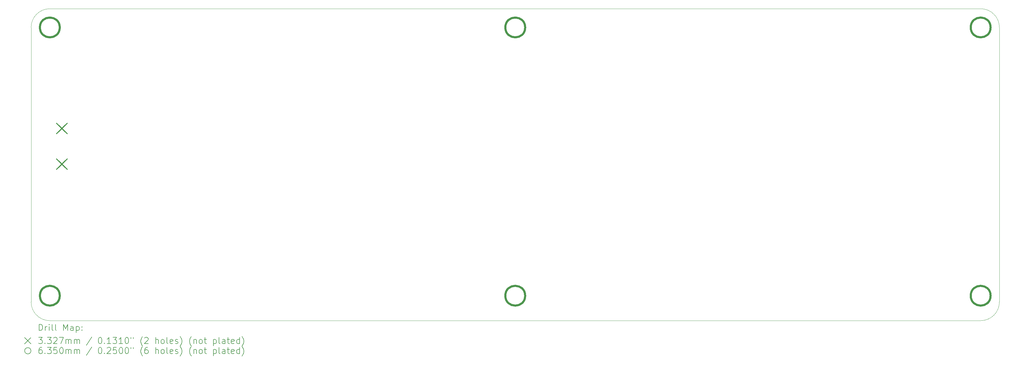
<source format=gbr>
%TF.GenerationSoftware,KiCad,Pcbnew,7.0.7*%
%TF.CreationDate,2024-06-25T14:55:52-04:00*%
%TF.ProjectId,AOML_AB_3.0_reorganized-v3,414f4d4c-5f41-4425-9f33-2e305f72656f,3*%
%TF.SameCoordinates,Original*%
%TF.FileFunction,Drillmap*%
%TF.FilePolarity,Positive*%
%FSLAX45Y45*%
G04 Gerber Fmt 4.5, Leading zero omitted, Abs format (unit mm)*
G04 Created by KiCad (PCBNEW 7.0.7) date 2024-06-25 14:55:52*
%MOMM*%
%LPD*%
G01*
G04 APERTURE LIST*
%ADD10C,0.100000*%
%ADD11C,0.200000*%
%ADD12C,0.332740*%
%ADD13C,0.635000*%
G04 APERTURE END LIST*
D10*
X5800000Y-8600000D02*
X35600000Y-8600000D01*
X36200000Y-9200000D02*
G75*
G03*
X35600000Y-8600000I-600000J0D01*
G01*
X36200000Y-9200000D02*
X36200000Y-18000000D01*
X5200000Y-18000000D02*
X5200000Y-9200000D01*
X5800000Y-8600000D02*
G75*
G03*
X5200000Y-9200000I0J-600000D01*
G01*
X35600000Y-18600000D02*
X5800000Y-18600000D01*
X35600000Y-18600000D02*
G75*
G03*
X36200000Y-18000000I0J600000D01*
G01*
X5200000Y-18000000D02*
G75*
G03*
X5800000Y-18600000I600000J0D01*
G01*
D11*
D12*
X6020530Y-12272620D02*
X6353270Y-12605360D01*
X6353270Y-12272620D02*
X6020530Y-12605360D01*
X6020530Y-13415620D02*
X6353270Y-13748360D01*
X6353270Y-13415620D02*
X6020530Y-13748360D01*
D13*
X6117500Y-9200000D02*
G75*
G03*
X6117500Y-9200000I-317500J0D01*
G01*
X6117500Y-17800000D02*
G75*
G03*
X6117500Y-17800000I-317500J0D01*
G01*
X21017500Y-9200000D02*
G75*
G03*
X21017500Y-9200000I-317500J0D01*
G01*
X21017500Y-17800000D02*
G75*
G03*
X21017500Y-17800000I-317500J0D01*
G01*
X35917500Y-9200000D02*
G75*
G03*
X35917500Y-9200000I-317500J0D01*
G01*
X35917500Y-17800000D02*
G75*
G03*
X35917500Y-17800000I-317500J0D01*
G01*
D11*
X5455777Y-18916484D02*
X5455777Y-18716484D01*
X5455777Y-18716484D02*
X5503396Y-18716484D01*
X5503396Y-18716484D02*
X5531967Y-18726008D01*
X5531967Y-18726008D02*
X5551015Y-18745055D01*
X5551015Y-18745055D02*
X5560539Y-18764103D01*
X5560539Y-18764103D02*
X5570063Y-18802198D01*
X5570063Y-18802198D02*
X5570063Y-18830770D01*
X5570063Y-18830770D02*
X5560539Y-18868865D01*
X5560539Y-18868865D02*
X5551015Y-18887912D01*
X5551015Y-18887912D02*
X5531967Y-18906960D01*
X5531967Y-18906960D02*
X5503396Y-18916484D01*
X5503396Y-18916484D02*
X5455777Y-18916484D01*
X5655777Y-18916484D02*
X5655777Y-18783150D01*
X5655777Y-18821246D02*
X5665301Y-18802198D01*
X5665301Y-18802198D02*
X5674824Y-18792674D01*
X5674824Y-18792674D02*
X5693872Y-18783150D01*
X5693872Y-18783150D02*
X5712920Y-18783150D01*
X5779586Y-18916484D02*
X5779586Y-18783150D01*
X5779586Y-18716484D02*
X5770062Y-18726008D01*
X5770062Y-18726008D02*
X5779586Y-18735531D01*
X5779586Y-18735531D02*
X5789110Y-18726008D01*
X5789110Y-18726008D02*
X5779586Y-18716484D01*
X5779586Y-18716484D02*
X5779586Y-18735531D01*
X5903396Y-18916484D02*
X5884348Y-18906960D01*
X5884348Y-18906960D02*
X5874824Y-18887912D01*
X5874824Y-18887912D02*
X5874824Y-18716484D01*
X6008158Y-18916484D02*
X5989110Y-18906960D01*
X5989110Y-18906960D02*
X5979586Y-18887912D01*
X5979586Y-18887912D02*
X5979586Y-18716484D01*
X6236729Y-18916484D02*
X6236729Y-18716484D01*
X6236729Y-18716484D02*
X6303396Y-18859341D01*
X6303396Y-18859341D02*
X6370062Y-18716484D01*
X6370062Y-18716484D02*
X6370062Y-18916484D01*
X6551015Y-18916484D02*
X6551015Y-18811722D01*
X6551015Y-18811722D02*
X6541491Y-18792674D01*
X6541491Y-18792674D02*
X6522443Y-18783150D01*
X6522443Y-18783150D02*
X6484348Y-18783150D01*
X6484348Y-18783150D02*
X6465301Y-18792674D01*
X6551015Y-18906960D02*
X6531967Y-18916484D01*
X6531967Y-18916484D02*
X6484348Y-18916484D01*
X6484348Y-18916484D02*
X6465301Y-18906960D01*
X6465301Y-18906960D02*
X6455777Y-18887912D01*
X6455777Y-18887912D02*
X6455777Y-18868865D01*
X6455777Y-18868865D02*
X6465301Y-18849817D01*
X6465301Y-18849817D02*
X6484348Y-18840293D01*
X6484348Y-18840293D02*
X6531967Y-18840293D01*
X6531967Y-18840293D02*
X6551015Y-18830770D01*
X6646253Y-18783150D02*
X6646253Y-18983150D01*
X6646253Y-18792674D02*
X6665301Y-18783150D01*
X6665301Y-18783150D02*
X6703396Y-18783150D01*
X6703396Y-18783150D02*
X6722443Y-18792674D01*
X6722443Y-18792674D02*
X6731967Y-18802198D01*
X6731967Y-18802198D02*
X6741491Y-18821246D01*
X6741491Y-18821246D02*
X6741491Y-18878389D01*
X6741491Y-18878389D02*
X6731967Y-18897436D01*
X6731967Y-18897436D02*
X6722443Y-18906960D01*
X6722443Y-18906960D02*
X6703396Y-18916484D01*
X6703396Y-18916484D02*
X6665301Y-18916484D01*
X6665301Y-18916484D02*
X6646253Y-18906960D01*
X6827205Y-18897436D02*
X6836729Y-18906960D01*
X6836729Y-18906960D02*
X6827205Y-18916484D01*
X6827205Y-18916484D02*
X6817682Y-18906960D01*
X6817682Y-18906960D02*
X6827205Y-18897436D01*
X6827205Y-18897436D02*
X6827205Y-18916484D01*
X6827205Y-18792674D02*
X6836729Y-18802198D01*
X6836729Y-18802198D02*
X6827205Y-18811722D01*
X6827205Y-18811722D02*
X6817682Y-18802198D01*
X6817682Y-18802198D02*
X6827205Y-18792674D01*
X6827205Y-18792674D02*
X6827205Y-18811722D01*
X4995000Y-19145000D02*
X5195000Y-19345000D01*
X5195000Y-19145000D02*
X4995000Y-19345000D01*
X5436729Y-19136484D02*
X5560539Y-19136484D01*
X5560539Y-19136484D02*
X5493872Y-19212674D01*
X5493872Y-19212674D02*
X5522444Y-19212674D01*
X5522444Y-19212674D02*
X5541491Y-19222198D01*
X5541491Y-19222198D02*
X5551015Y-19231722D01*
X5551015Y-19231722D02*
X5560539Y-19250770D01*
X5560539Y-19250770D02*
X5560539Y-19298389D01*
X5560539Y-19298389D02*
X5551015Y-19317436D01*
X5551015Y-19317436D02*
X5541491Y-19326960D01*
X5541491Y-19326960D02*
X5522444Y-19336484D01*
X5522444Y-19336484D02*
X5465301Y-19336484D01*
X5465301Y-19336484D02*
X5446253Y-19326960D01*
X5446253Y-19326960D02*
X5436729Y-19317436D01*
X5646253Y-19317436D02*
X5655777Y-19326960D01*
X5655777Y-19326960D02*
X5646253Y-19336484D01*
X5646253Y-19336484D02*
X5636729Y-19326960D01*
X5636729Y-19326960D02*
X5646253Y-19317436D01*
X5646253Y-19317436D02*
X5646253Y-19336484D01*
X5722443Y-19136484D02*
X5846253Y-19136484D01*
X5846253Y-19136484D02*
X5779586Y-19212674D01*
X5779586Y-19212674D02*
X5808158Y-19212674D01*
X5808158Y-19212674D02*
X5827205Y-19222198D01*
X5827205Y-19222198D02*
X5836729Y-19231722D01*
X5836729Y-19231722D02*
X5846253Y-19250770D01*
X5846253Y-19250770D02*
X5846253Y-19298389D01*
X5846253Y-19298389D02*
X5836729Y-19317436D01*
X5836729Y-19317436D02*
X5827205Y-19326960D01*
X5827205Y-19326960D02*
X5808158Y-19336484D01*
X5808158Y-19336484D02*
X5751015Y-19336484D01*
X5751015Y-19336484D02*
X5731967Y-19326960D01*
X5731967Y-19326960D02*
X5722443Y-19317436D01*
X5922443Y-19155531D02*
X5931967Y-19146008D01*
X5931967Y-19146008D02*
X5951015Y-19136484D01*
X5951015Y-19136484D02*
X5998634Y-19136484D01*
X5998634Y-19136484D02*
X6017682Y-19146008D01*
X6017682Y-19146008D02*
X6027205Y-19155531D01*
X6027205Y-19155531D02*
X6036729Y-19174579D01*
X6036729Y-19174579D02*
X6036729Y-19193627D01*
X6036729Y-19193627D02*
X6027205Y-19222198D01*
X6027205Y-19222198D02*
X5912920Y-19336484D01*
X5912920Y-19336484D02*
X6036729Y-19336484D01*
X6103396Y-19136484D02*
X6236729Y-19136484D01*
X6236729Y-19136484D02*
X6151015Y-19336484D01*
X6312920Y-19336484D02*
X6312920Y-19203150D01*
X6312920Y-19222198D02*
X6322443Y-19212674D01*
X6322443Y-19212674D02*
X6341491Y-19203150D01*
X6341491Y-19203150D02*
X6370063Y-19203150D01*
X6370063Y-19203150D02*
X6389110Y-19212674D01*
X6389110Y-19212674D02*
X6398634Y-19231722D01*
X6398634Y-19231722D02*
X6398634Y-19336484D01*
X6398634Y-19231722D02*
X6408158Y-19212674D01*
X6408158Y-19212674D02*
X6427205Y-19203150D01*
X6427205Y-19203150D02*
X6455777Y-19203150D01*
X6455777Y-19203150D02*
X6474824Y-19212674D01*
X6474824Y-19212674D02*
X6484348Y-19231722D01*
X6484348Y-19231722D02*
X6484348Y-19336484D01*
X6579586Y-19336484D02*
X6579586Y-19203150D01*
X6579586Y-19222198D02*
X6589110Y-19212674D01*
X6589110Y-19212674D02*
X6608158Y-19203150D01*
X6608158Y-19203150D02*
X6636729Y-19203150D01*
X6636729Y-19203150D02*
X6655777Y-19212674D01*
X6655777Y-19212674D02*
X6665301Y-19231722D01*
X6665301Y-19231722D02*
X6665301Y-19336484D01*
X6665301Y-19231722D02*
X6674824Y-19212674D01*
X6674824Y-19212674D02*
X6693872Y-19203150D01*
X6693872Y-19203150D02*
X6722443Y-19203150D01*
X6722443Y-19203150D02*
X6741491Y-19212674D01*
X6741491Y-19212674D02*
X6751015Y-19231722D01*
X6751015Y-19231722D02*
X6751015Y-19336484D01*
X7141491Y-19126960D02*
X6970063Y-19384103D01*
X7398634Y-19136484D02*
X7417682Y-19136484D01*
X7417682Y-19136484D02*
X7436729Y-19146008D01*
X7436729Y-19146008D02*
X7446253Y-19155531D01*
X7446253Y-19155531D02*
X7455777Y-19174579D01*
X7455777Y-19174579D02*
X7465301Y-19212674D01*
X7465301Y-19212674D02*
X7465301Y-19260293D01*
X7465301Y-19260293D02*
X7455777Y-19298389D01*
X7455777Y-19298389D02*
X7446253Y-19317436D01*
X7446253Y-19317436D02*
X7436729Y-19326960D01*
X7436729Y-19326960D02*
X7417682Y-19336484D01*
X7417682Y-19336484D02*
X7398634Y-19336484D01*
X7398634Y-19336484D02*
X7379586Y-19326960D01*
X7379586Y-19326960D02*
X7370063Y-19317436D01*
X7370063Y-19317436D02*
X7360539Y-19298389D01*
X7360539Y-19298389D02*
X7351015Y-19260293D01*
X7351015Y-19260293D02*
X7351015Y-19212674D01*
X7351015Y-19212674D02*
X7360539Y-19174579D01*
X7360539Y-19174579D02*
X7370063Y-19155531D01*
X7370063Y-19155531D02*
X7379586Y-19146008D01*
X7379586Y-19146008D02*
X7398634Y-19136484D01*
X7551015Y-19317436D02*
X7560539Y-19326960D01*
X7560539Y-19326960D02*
X7551015Y-19336484D01*
X7551015Y-19336484D02*
X7541491Y-19326960D01*
X7541491Y-19326960D02*
X7551015Y-19317436D01*
X7551015Y-19317436D02*
X7551015Y-19336484D01*
X7751015Y-19336484D02*
X7636729Y-19336484D01*
X7693872Y-19336484D02*
X7693872Y-19136484D01*
X7693872Y-19136484D02*
X7674825Y-19165055D01*
X7674825Y-19165055D02*
X7655777Y-19184103D01*
X7655777Y-19184103D02*
X7636729Y-19193627D01*
X7817682Y-19136484D02*
X7941491Y-19136484D01*
X7941491Y-19136484D02*
X7874825Y-19212674D01*
X7874825Y-19212674D02*
X7903396Y-19212674D01*
X7903396Y-19212674D02*
X7922444Y-19222198D01*
X7922444Y-19222198D02*
X7931967Y-19231722D01*
X7931967Y-19231722D02*
X7941491Y-19250770D01*
X7941491Y-19250770D02*
X7941491Y-19298389D01*
X7941491Y-19298389D02*
X7931967Y-19317436D01*
X7931967Y-19317436D02*
X7922444Y-19326960D01*
X7922444Y-19326960D02*
X7903396Y-19336484D01*
X7903396Y-19336484D02*
X7846253Y-19336484D01*
X7846253Y-19336484D02*
X7827206Y-19326960D01*
X7827206Y-19326960D02*
X7817682Y-19317436D01*
X8131967Y-19336484D02*
X8017682Y-19336484D01*
X8074825Y-19336484D02*
X8074825Y-19136484D01*
X8074825Y-19136484D02*
X8055777Y-19165055D01*
X8055777Y-19165055D02*
X8036729Y-19184103D01*
X8036729Y-19184103D02*
X8017682Y-19193627D01*
X8255777Y-19136484D02*
X8274825Y-19136484D01*
X8274825Y-19136484D02*
X8293872Y-19146008D01*
X8293872Y-19146008D02*
X8303396Y-19155531D01*
X8303396Y-19155531D02*
X8312920Y-19174579D01*
X8312920Y-19174579D02*
X8322444Y-19212674D01*
X8322444Y-19212674D02*
X8322444Y-19260293D01*
X8322444Y-19260293D02*
X8312920Y-19298389D01*
X8312920Y-19298389D02*
X8303396Y-19317436D01*
X8303396Y-19317436D02*
X8293872Y-19326960D01*
X8293872Y-19326960D02*
X8274825Y-19336484D01*
X8274825Y-19336484D02*
X8255777Y-19336484D01*
X8255777Y-19336484D02*
X8236729Y-19326960D01*
X8236729Y-19326960D02*
X8227206Y-19317436D01*
X8227206Y-19317436D02*
X8217682Y-19298389D01*
X8217682Y-19298389D02*
X8208158Y-19260293D01*
X8208158Y-19260293D02*
X8208158Y-19212674D01*
X8208158Y-19212674D02*
X8217682Y-19174579D01*
X8217682Y-19174579D02*
X8227206Y-19155531D01*
X8227206Y-19155531D02*
X8236729Y-19146008D01*
X8236729Y-19146008D02*
X8255777Y-19136484D01*
X8398634Y-19136484D02*
X8398634Y-19174579D01*
X8474825Y-19136484D02*
X8474825Y-19174579D01*
X8770063Y-19412674D02*
X8760539Y-19403150D01*
X8760539Y-19403150D02*
X8741491Y-19374579D01*
X8741491Y-19374579D02*
X8731968Y-19355531D01*
X8731968Y-19355531D02*
X8722444Y-19326960D01*
X8722444Y-19326960D02*
X8712920Y-19279341D01*
X8712920Y-19279341D02*
X8712920Y-19241246D01*
X8712920Y-19241246D02*
X8722444Y-19193627D01*
X8722444Y-19193627D02*
X8731968Y-19165055D01*
X8731968Y-19165055D02*
X8741491Y-19146008D01*
X8741491Y-19146008D02*
X8760539Y-19117436D01*
X8760539Y-19117436D02*
X8770063Y-19107912D01*
X8836730Y-19155531D02*
X8846253Y-19146008D01*
X8846253Y-19146008D02*
X8865301Y-19136484D01*
X8865301Y-19136484D02*
X8912920Y-19136484D01*
X8912920Y-19136484D02*
X8931968Y-19146008D01*
X8931968Y-19146008D02*
X8941491Y-19155531D01*
X8941491Y-19155531D02*
X8951015Y-19174579D01*
X8951015Y-19174579D02*
X8951015Y-19193627D01*
X8951015Y-19193627D02*
X8941491Y-19222198D01*
X8941491Y-19222198D02*
X8827206Y-19336484D01*
X8827206Y-19336484D02*
X8951015Y-19336484D01*
X9189111Y-19336484D02*
X9189111Y-19136484D01*
X9274825Y-19336484D02*
X9274825Y-19231722D01*
X9274825Y-19231722D02*
X9265301Y-19212674D01*
X9265301Y-19212674D02*
X9246253Y-19203150D01*
X9246253Y-19203150D02*
X9217682Y-19203150D01*
X9217682Y-19203150D02*
X9198634Y-19212674D01*
X9198634Y-19212674D02*
X9189111Y-19222198D01*
X9398634Y-19336484D02*
X9379587Y-19326960D01*
X9379587Y-19326960D02*
X9370063Y-19317436D01*
X9370063Y-19317436D02*
X9360539Y-19298389D01*
X9360539Y-19298389D02*
X9360539Y-19241246D01*
X9360539Y-19241246D02*
X9370063Y-19222198D01*
X9370063Y-19222198D02*
X9379587Y-19212674D01*
X9379587Y-19212674D02*
X9398634Y-19203150D01*
X9398634Y-19203150D02*
X9427206Y-19203150D01*
X9427206Y-19203150D02*
X9446253Y-19212674D01*
X9446253Y-19212674D02*
X9455777Y-19222198D01*
X9455777Y-19222198D02*
X9465301Y-19241246D01*
X9465301Y-19241246D02*
X9465301Y-19298389D01*
X9465301Y-19298389D02*
X9455777Y-19317436D01*
X9455777Y-19317436D02*
X9446253Y-19326960D01*
X9446253Y-19326960D02*
X9427206Y-19336484D01*
X9427206Y-19336484D02*
X9398634Y-19336484D01*
X9579587Y-19336484D02*
X9560539Y-19326960D01*
X9560539Y-19326960D02*
X9551015Y-19307912D01*
X9551015Y-19307912D02*
X9551015Y-19136484D01*
X9731968Y-19326960D02*
X9712920Y-19336484D01*
X9712920Y-19336484D02*
X9674825Y-19336484D01*
X9674825Y-19336484D02*
X9655777Y-19326960D01*
X9655777Y-19326960D02*
X9646253Y-19307912D01*
X9646253Y-19307912D02*
X9646253Y-19231722D01*
X9646253Y-19231722D02*
X9655777Y-19212674D01*
X9655777Y-19212674D02*
X9674825Y-19203150D01*
X9674825Y-19203150D02*
X9712920Y-19203150D01*
X9712920Y-19203150D02*
X9731968Y-19212674D01*
X9731968Y-19212674D02*
X9741492Y-19231722D01*
X9741492Y-19231722D02*
X9741492Y-19250770D01*
X9741492Y-19250770D02*
X9646253Y-19269817D01*
X9817682Y-19326960D02*
X9836730Y-19336484D01*
X9836730Y-19336484D02*
X9874825Y-19336484D01*
X9874825Y-19336484D02*
X9893873Y-19326960D01*
X9893873Y-19326960D02*
X9903396Y-19307912D01*
X9903396Y-19307912D02*
X9903396Y-19298389D01*
X9903396Y-19298389D02*
X9893873Y-19279341D01*
X9893873Y-19279341D02*
X9874825Y-19269817D01*
X9874825Y-19269817D02*
X9846253Y-19269817D01*
X9846253Y-19269817D02*
X9827206Y-19260293D01*
X9827206Y-19260293D02*
X9817682Y-19241246D01*
X9817682Y-19241246D02*
X9817682Y-19231722D01*
X9817682Y-19231722D02*
X9827206Y-19212674D01*
X9827206Y-19212674D02*
X9846253Y-19203150D01*
X9846253Y-19203150D02*
X9874825Y-19203150D01*
X9874825Y-19203150D02*
X9893873Y-19212674D01*
X9970063Y-19412674D02*
X9979587Y-19403150D01*
X9979587Y-19403150D02*
X9998634Y-19374579D01*
X9998634Y-19374579D02*
X10008158Y-19355531D01*
X10008158Y-19355531D02*
X10017682Y-19326960D01*
X10017682Y-19326960D02*
X10027206Y-19279341D01*
X10027206Y-19279341D02*
X10027206Y-19241246D01*
X10027206Y-19241246D02*
X10017682Y-19193627D01*
X10017682Y-19193627D02*
X10008158Y-19165055D01*
X10008158Y-19165055D02*
X9998634Y-19146008D01*
X9998634Y-19146008D02*
X9979587Y-19117436D01*
X9979587Y-19117436D02*
X9970063Y-19107912D01*
X10331968Y-19412674D02*
X10322444Y-19403150D01*
X10322444Y-19403150D02*
X10303396Y-19374579D01*
X10303396Y-19374579D02*
X10293873Y-19355531D01*
X10293873Y-19355531D02*
X10284349Y-19326960D01*
X10284349Y-19326960D02*
X10274825Y-19279341D01*
X10274825Y-19279341D02*
X10274825Y-19241246D01*
X10274825Y-19241246D02*
X10284349Y-19193627D01*
X10284349Y-19193627D02*
X10293873Y-19165055D01*
X10293873Y-19165055D02*
X10303396Y-19146008D01*
X10303396Y-19146008D02*
X10322444Y-19117436D01*
X10322444Y-19117436D02*
X10331968Y-19107912D01*
X10408158Y-19203150D02*
X10408158Y-19336484D01*
X10408158Y-19222198D02*
X10417682Y-19212674D01*
X10417682Y-19212674D02*
X10436730Y-19203150D01*
X10436730Y-19203150D02*
X10465301Y-19203150D01*
X10465301Y-19203150D02*
X10484349Y-19212674D01*
X10484349Y-19212674D02*
X10493873Y-19231722D01*
X10493873Y-19231722D02*
X10493873Y-19336484D01*
X10617682Y-19336484D02*
X10598634Y-19326960D01*
X10598634Y-19326960D02*
X10589111Y-19317436D01*
X10589111Y-19317436D02*
X10579587Y-19298389D01*
X10579587Y-19298389D02*
X10579587Y-19241246D01*
X10579587Y-19241246D02*
X10589111Y-19222198D01*
X10589111Y-19222198D02*
X10598634Y-19212674D01*
X10598634Y-19212674D02*
X10617682Y-19203150D01*
X10617682Y-19203150D02*
X10646254Y-19203150D01*
X10646254Y-19203150D02*
X10665301Y-19212674D01*
X10665301Y-19212674D02*
X10674825Y-19222198D01*
X10674825Y-19222198D02*
X10684349Y-19241246D01*
X10684349Y-19241246D02*
X10684349Y-19298389D01*
X10684349Y-19298389D02*
X10674825Y-19317436D01*
X10674825Y-19317436D02*
X10665301Y-19326960D01*
X10665301Y-19326960D02*
X10646254Y-19336484D01*
X10646254Y-19336484D02*
X10617682Y-19336484D01*
X10741492Y-19203150D02*
X10817682Y-19203150D01*
X10770063Y-19136484D02*
X10770063Y-19307912D01*
X10770063Y-19307912D02*
X10779587Y-19326960D01*
X10779587Y-19326960D02*
X10798634Y-19336484D01*
X10798634Y-19336484D02*
X10817682Y-19336484D01*
X11036730Y-19203150D02*
X11036730Y-19403150D01*
X11036730Y-19212674D02*
X11055777Y-19203150D01*
X11055777Y-19203150D02*
X11093873Y-19203150D01*
X11093873Y-19203150D02*
X11112920Y-19212674D01*
X11112920Y-19212674D02*
X11122444Y-19222198D01*
X11122444Y-19222198D02*
X11131968Y-19241246D01*
X11131968Y-19241246D02*
X11131968Y-19298389D01*
X11131968Y-19298389D02*
X11122444Y-19317436D01*
X11122444Y-19317436D02*
X11112920Y-19326960D01*
X11112920Y-19326960D02*
X11093873Y-19336484D01*
X11093873Y-19336484D02*
X11055777Y-19336484D01*
X11055777Y-19336484D02*
X11036730Y-19326960D01*
X11246253Y-19336484D02*
X11227206Y-19326960D01*
X11227206Y-19326960D02*
X11217682Y-19307912D01*
X11217682Y-19307912D02*
X11217682Y-19136484D01*
X11408158Y-19336484D02*
X11408158Y-19231722D01*
X11408158Y-19231722D02*
X11398634Y-19212674D01*
X11398634Y-19212674D02*
X11379587Y-19203150D01*
X11379587Y-19203150D02*
X11341492Y-19203150D01*
X11341492Y-19203150D02*
X11322444Y-19212674D01*
X11408158Y-19326960D02*
X11389111Y-19336484D01*
X11389111Y-19336484D02*
X11341492Y-19336484D01*
X11341492Y-19336484D02*
X11322444Y-19326960D01*
X11322444Y-19326960D02*
X11312920Y-19307912D01*
X11312920Y-19307912D02*
X11312920Y-19288865D01*
X11312920Y-19288865D02*
X11322444Y-19269817D01*
X11322444Y-19269817D02*
X11341492Y-19260293D01*
X11341492Y-19260293D02*
X11389111Y-19260293D01*
X11389111Y-19260293D02*
X11408158Y-19250770D01*
X11474825Y-19203150D02*
X11551015Y-19203150D01*
X11503396Y-19136484D02*
X11503396Y-19307912D01*
X11503396Y-19307912D02*
X11512920Y-19326960D01*
X11512920Y-19326960D02*
X11531968Y-19336484D01*
X11531968Y-19336484D02*
X11551015Y-19336484D01*
X11693873Y-19326960D02*
X11674825Y-19336484D01*
X11674825Y-19336484D02*
X11636730Y-19336484D01*
X11636730Y-19336484D02*
X11617682Y-19326960D01*
X11617682Y-19326960D02*
X11608158Y-19307912D01*
X11608158Y-19307912D02*
X11608158Y-19231722D01*
X11608158Y-19231722D02*
X11617682Y-19212674D01*
X11617682Y-19212674D02*
X11636730Y-19203150D01*
X11636730Y-19203150D02*
X11674825Y-19203150D01*
X11674825Y-19203150D02*
X11693873Y-19212674D01*
X11693873Y-19212674D02*
X11703396Y-19231722D01*
X11703396Y-19231722D02*
X11703396Y-19250770D01*
X11703396Y-19250770D02*
X11608158Y-19269817D01*
X11874825Y-19336484D02*
X11874825Y-19136484D01*
X11874825Y-19326960D02*
X11855777Y-19336484D01*
X11855777Y-19336484D02*
X11817682Y-19336484D01*
X11817682Y-19336484D02*
X11798634Y-19326960D01*
X11798634Y-19326960D02*
X11789111Y-19317436D01*
X11789111Y-19317436D02*
X11779587Y-19298389D01*
X11779587Y-19298389D02*
X11779587Y-19241246D01*
X11779587Y-19241246D02*
X11789111Y-19222198D01*
X11789111Y-19222198D02*
X11798634Y-19212674D01*
X11798634Y-19212674D02*
X11817682Y-19203150D01*
X11817682Y-19203150D02*
X11855777Y-19203150D01*
X11855777Y-19203150D02*
X11874825Y-19212674D01*
X11951015Y-19412674D02*
X11960539Y-19403150D01*
X11960539Y-19403150D02*
X11979587Y-19374579D01*
X11979587Y-19374579D02*
X11989111Y-19355531D01*
X11989111Y-19355531D02*
X11998634Y-19326960D01*
X11998634Y-19326960D02*
X12008158Y-19279341D01*
X12008158Y-19279341D02*
X12008158Y-19241246D01*
X12008158Y-19241246D02*
X11998634Y-19193627D01*
X11998634Y-19193627D02*
X11989111Y-19165055D01*
X11989111Y-19165055D02*
X11979587Y-19146008D01*
X11979587Y-19146008D02*
X11960539Y-19117436D01*
X11960539Y-19117436D02*
X11951015Y-19107912D01*
X5195000Y-19565000D02*
G75*
G03*
X5195000Y-19565000I-100000J0D01*
G01*
X5541491Y-19456484D02*
X5503396Y-19456484D01*
X5503396Y-19456484D02*
X5484348Y-19466008D01*
X5484348Y-19466008D02*
X5474824Y-19475531D01*
X5474824Y-19475531D02*
X5455777Y-19504103D01*
X5455777Y-19504103D02*
X5446253Y-19542198D01*
X5446253Y-19542198D02*
X5446253Y-19618389D01*
X5446253Y-19618389D02*
X5455777Y-19637436D01*
X5455777Y-19637436D02*
X5465301Y-19646960D01*
X5465301Y-19646960D02*
X5484348Y-19656484D01*
X5484348Y-19656484D02*
X5522444Y-19656484D01*
X5522444Y-19656484D02*
X5541491Y-19646960D01*
X5541491Y-19646960D02*
X5551015Y-19637436D01*
X5551015Y-19637436D02*
X5560539Y-19618389D01*
X5560539Y-19618389D02*
X5560539Y-19570770D01*
X5560539Y-19570770D02*
X5551015Y-19551722D01*
X5551015Y-19551722D02*
X5541491Y-19542198D01*
X5541491Y-19542198D02*
X5522444Y-19532674D01*
X5522444Y-19532674D02*
X5484348Y-19532674D01*
X5484348Y-19532674D02*
X5465301Y-19542198D01*
X5465301Y-19542198D02*
X5455777Y-19551722D01*
X5455777Y-19551722D02*
X5446253Y-19570770D01*
X5646253Y-19637436D02*
X5655777Y-19646960D01*
X5655777Y-19646960D02*
X5646253Y-19656484D01*
X5646253Y-19656484D02*
X5636729Y-19646960D01*
X5636729Y-19646960D02*
X5646253Y-19637436D01*
X5646253Y-19637436D02*
X5646253Y-19656484D01*
X5722443Y-19456484D02*
X5846253Y-19456484D01*
X5846253Y-19456484D02*
X5779586Y-19532674D01*
X5779586Y-19532674D02*
X5808158Y-19532674D01*
X5808158Y-19532674D02*
X5827205Y-19542198D01*
X5827205Y-19542198D02*
X5836729Y-19551722D01*
X5836729Y-19551722D02*
X5846253Y-19570770D01*
X5846253Y-19570770D02*
X5846253Y-19618389D01*
X5846253Y-19618389D02*
X5836729Y-19637436D01*
X5836729Y-19637436D02*
X5827205Y-19646960D01*
X5827205Y-19646960D02*
X5808158Y-19656484D01*
X5808158Y-19656484D02*
X5751015Y-19656484D01*
X5751015Y-19656484D02*
X5731967Y-19646960D01*
X5731967Y-19646960D02*
X5722443Y-19637436D01*
X6027205Y-19456484D02*
X5931967Y-19456484D01*
X5931967Y-19456484D02*
X5922443Y-19551722D01*
X5922443Y-19551722D02*
X5931967Y-19542198D01*
X5931967Y-19542198D02*
X5951015Y-19532674D01*
X5951015Y-19532674D02*
X5998634Y-19532674D01*
X5998634Y-19532674D02*
X6017682Y-19542198D01*
X6017682Y-19542198D02*
X6027205Y-19551722D01*
X6027205Y-19551722D02*
X6036729Y-19570770D01*
X6036729Y-19570770D02*
X6036729Y-19618389D01*
X6036729Y-19618389D02*
X6027205Y-19637436D01*
X6027205Y-19637436D02*
X6017682Y-19646960D01*
X6017682Y-19646960D02*
X5998634Y-19656484D01*
X5998634Y-19656484D02*
X5951015Y-19656484D01*
X5951015Y-19656484D02*
X5931967Y-19646960D01*
X5931967Y-19646960D02*
X5922443Y-19637436D01*
X6160539Y-19456484D02*
X6179586Y-19456484D01*
X6179586Y-19456484D02*
X6198634Y-19466008D01*
X6198634Y-19466008D02*
X6208158Y-19475531D01*
X6208158Y-19475531D02*
X6217682Y-19494579D01*
X6217682Y-19494579D02*
X6227205Y-19532674D01*
X6227205Y-19532674D02*
X6227205Y-19580293D01*
X6227205Y-19580293D02*
X6217682Y-19618389D01*
X6217682Y-19618389D02*
X6208158Y-19637436D01*
X6208158Y-19637436D02*
X6198634Y-19646960D01*
X6198634Y-19646960D02*
X6179586Y-19656484D01*
X6179586Y-19656484D02*
X6160539Y-19656484D01*
X6160539Y-19656484D02*
X6141491Y-19646960D01*
X6141491Y-19646960D02*
X6131967Y-19637436D01*
X6131967Y-19637436D02*
X6122443Y-19618389D01*
X6122443Y-19618389D02*
X6112920Y-19580293D01*
X6112920Y-19580293D02*
X6112920Y-19532674D01*
X6112920Y-19532674D02*
X6122443Y-19494579D01*
X6122443Y-19494579D02*
X6131967Y-19475531D01*
X6131967Y-19475531D02*
X6141491Y-19466008D01*
X6141491Y-19466008D02*
X6160539Y-19456484D01*
X6312920Y-19656484D02*
X6312920Y-19523150D01*
X6312920Y-19542198D02*
X6322443Y-19532674D01*
X6322443Y-19532674D02*
X6341491Y-19523150D01*
X6341491Y-19523150D02*
X6370063Y-19523150D01*
X6370063Y-19523150D02*
X6389110Y-19532674D01*
X6389110Y-19532674D02*
X6398634Y-19551722D01*
X6398634Y-19551722D02*
X6398634Y-19656484D01*
X6398634Y-19551722D02*
X6408158Y-19532674D01*
X6408158Y-19532674D02*
X6427205Y-19523150D01*
X6427205Y-19523150D02*
X6455777Y-19523150D01*
X6455777Y-19523150D02*
X6474824Y-19532674D01*
X6474824Y-19532674D02*
X6484348Y-19551722D01*
X6484348Y-19551722D02*
X6484348Y-19656484D01*
X6579586Y-19656484D02*
X6579586Y-19523150D01*
X6579586Y-19542198D02*
X6589110Y-19532674D01*
X6589110Y-19532674D02*
X6608158Y-19523150D01*
X6608158Y-19523150D02*
X6636729Y-19523150D01*
X6636729Y-19523150D02*
X6655777Y-19532674D01*
X6655777Y-19532674D02*
X6665301Y-19551722D01*
X6665301Y-19551722D02*
X6665301Y-19656484D01*
X6665301Y-19551722D02*
X6674824Y-19532674D01*
X6674824Y-19532674D02*
X6693872Y-19523150D01*
X6693872Y-19523150D02*
X6722443Y-19523150D01*
X6722443Y-19523150D02*
X6741491Y-19532674D01*
X6741491Y-19532674D02*
X6751015Y-19551722D01*
X6751015Y-19551722D02*
X6751015Y-19656484D01*
X7141491Y-19446960D02*
X6970063Y-19704103D01*
X7398634Y-19456484D02*
X7417682Y-19456484D01*
X7417682Y-19456484D02*
X7436729Y-19466008D01*
X7436729Y-19466008D02*
X7446253Y-19475531D01*
X7446253Y-19475531D02*
X7455777Y-19494579D01*
X7455777Y-19494579D02*
X7465301Y-19532674D01*
X7465301Y-19532674D02*
X7465301Y-19580293D01*
X7465301Y-19580293D02*
X7455777Y-19618389D01*
X7455777Y-19618389D02*
X7446253Y-19637436D01*
X7446253Y-19637436D02*
X7436729Y-19646960D01*
X7436729Y-19646960D02*
X7417682Y-19656484D01*
X7417682Y-19656484D02*
X7398634Y-19656484D01*
X7398634Y-19656484D02*
X7379586Y-19646960D01*
X7379586Y-19646960D02*
X7370063Y-19637436D01*
X7370063Y-19637436D02*
X7360539Y-19618389D01*
X7360539Y-19618389D02*
X7351015Y-19580293D01*
X7351015Y-19580293D02*
X7351015Y-19532674D01*
X7351015Y-19532674D02*
X7360539Y-19494579D01*
X7360539Y-19494579D02*
X7370063Y-19475531D01*
X7370063Y-19475531D02*
X7379586Y-19466008D01*
X7379586Y-19466008D02*
X7398634Y-19456484D01*
X7551015Y-19637436D02*
X7560539Y-19646960D01*
X7560539Y-19646960D02*
X7551015Y-19656484D01*
X7551015Y-19656484D02*
X7541491Y-19646960D01*
X7541491Y-19646960D02*
X7551015Y-19637436D01*
X7551015Y-19637436D02*
X7551015Y-19656484D01*
X7636729Y-19475531D02*
X7646253Y-19466008D01*
X7646253Y-19466008D02*
X7665301Y-19456484D01*
X7665301Y-19456484D02*
X7712920Y-19456484D01*
X7712920Y-19456484D02*
X7731967Y-19466008D01*
X7731967Y-19466008D02*
X7741491Y-19475531D01*
X7741491Y-19475531D02*
X7751015Y-19494579D01*
X7751015Y-19494579D02*
X7751015Y-19513627D01*
X7751015Y-19513627D02*
X7741491Y-19542198D01*
X7741491Y-19542198D02*
X7627206Y-19656484D01*
X7627206Y-19656484D02*
X7751015Y-19656484D01*
X7931967Y-19456484D02*
X7836729Y-19456484D01*
X7836729Y-19456484D02*
X7827206Y-19551722D01*
X7827206Y-19551722D02*
X7836729Y-19542198D01*
X7836729Y-19542198D02*
X7855777Y-19532674D01*
X7855777Y-19532674D02*
X7903396Y-19532674D01*
X7903396Y-19532674D02*
X7922444Y-19542198D01*
X7922444Y-19542198D02*
X7931967Y-19551722D01*
X7931967Y-19551722D02*
X7941491Y-19570770D01*
X7941491Y-19570770D02*
X7941491Y-19618389D01*
X7941491Y-19618389D02*
X7931967Y-19637436D01*
X7931967Y-19637436D02*
X7922444Y-19646960D01*
X7922444Y-19646960D02*
X7903396Y-19656484D01*
X7903396Y-19656484D02*
X7855777Y-19656484D01*
X7855777Y-19656484D02*
X7836729Y-19646960D01*
X7836729Y-19646960D02*
X7827206Y-19637436D01*
X8065301Y-19456484D02*
X8084348Y-19456484D01*
X8084348Y-19456484D02*
X8103396Y-19466008D01*
X8103396Y-19466008D02*
X8112920Y-19475531D01*
X8112920Y-19475531D02*
X8122444Y-19494579D01*
X8122444Y-19494579D02*
X8131967Y-19532674D01*
X8131967Y-19532674D02*
X8131967Y-19580293D01*
X8131967Y-19580293D02*
X8122444Y-19618389D01*
X8122444Y-19618389D02*
X8112920Y-19637436D01*
X8112920Y-19637436D02*
X8103396Y-19646960D01*
X8103396Y-19646960D02*
X8084348Y-19656484D01*
X8084348Y-19656484D02*
X8065301Y-19656484D01*
X8065301Y-19656484D02*
X8046253Y-19646960D01*
X8046253Y-19646960D02*
X8036729Y-19637436D01*
X8036729Y-19637436D02*
X8027206Y-19618389D01*
X8027206Y-19618389D02*
X8017682Y-19580293D01*
X8017682Y-19580293D02*
X8017682Y-19532674D01*
X8017682Y-19532674D02*
X8027206Y-19494579D01*
X8027206Y-19494579D02*
X8036729Y-19475531D01*
X8036729Y-19475531D02*
X8046253Y-19466008D01*
X8046253Y-19466008D02*
X8065301Y-19456484D01*
X8255777Y-19456484D02*
X8274825Y-19456484D01*
X8274825Y-19456484D02*
X8293872Y-19466008D01*
X8293872Y-19466008D02*
X8303396Y-19475531D01*
X8303396Y-19475531D02*
X8312920Y-19494579D01*
X8312920Y-19494579D02*
X8322444Y-19532674D01*
X8322444Y-19532674D02*
X8322444Y-19580293D01*
X8322444Y-19580293D02*
X8312920Y-19618389D01*
X8312920Y-19618389D02*
X8303396Y-19637436D01*
X8303396Y-19637436D02*
X8293872Y-19646960D01*
X8293872Y-19646960D02*
X8274825Y-19656484D01*
X8274825Y-19656484D02*
X8255777Y-19656484D01*
X8255777Y-19656484D02*
X8236729Y-19646960D01*
X8236729Y-19646960D02*
X8227206Y-19637436D01*
X8227206Y-19637436D02*
X8217682Y-19618389D01*
X8217682Y-19618389D02*
X8208158Y-19580293D01*
X8208158Y-19580293D02*
X8208158Y-19532674D01*
X8208158Y-19532674D02*
X8217682Y-19494579D01*
X8217682Y-19494579D02*
X8227206Y-19475531D01*
X8227206Y-19475531D02*
X8236729Y-19466008D01*
X8236729Y-19466008D02*
X8255777Y-19456484D01*
X8398634Y-19456484D02*
X8398634Y-19494579D01*
X8474825Y-19456484D02*
X8474825Y-19494579D01*
X8770063Y-19732674D02*
X8760539Y-19723150D01*
X8760539Y-19723150D02*
X8741491Y-19694579D01*
X8741491Y-19694579D02*
X8731968Y-19675531D01*
X8731968Y-19675531D02*
X8722444Y-19646960D01*
X8722444Y-19646960D02*
X8712920Y-19599341D01*
X8712920Y-19599341D02*
X8712920Y-19561246D01*
X8712920Y-19561246D02*
X8722444Y-19513627D01*
X8722444Y-19513627D02*
X8731968Y-19485055D01*
X8731968Y-19485055D02*
X8741491Y-19466008D01*
X8741491Y-19466008D02*
X8760539Y-19437436D01*
X8760539Y-19437436D02*
X8770063Y-19427912D01*
X8931968Y-19456484D02*
X8893872Y-19456484D01*
X8893872Y-19456484D02*
X8874825Y-19466008D01*
X8874825Y-19466008D02*
X8865301Y-19475531D01*
X8865301Y-19475531D02*
X8846253Y-19504103D01*
X8846253Y-19504103D02*
X8836730Y-19542198D01*
X8836730Y-19542198D02*
X8836730Y-19618389D01*
X8836730Y-19618389D02*
X8846253Y-19637436D01*
X8846253Y-19637436D02*
X8855777Y-19646960D01*
X8855777Y-19646960D02*
X8874825Y-19656484D01*
X8874825Y-19656484D02*
X8912920Y-19656484D01*
X8912920Y-19656484D02*
X8931968Y-19646960D01*
X8931968Y-19646960D02*
X8941491Y-19637436D01*
X8941491Y-19637436D02*
X8951015Y-19618389D01*
X8951015Y-19618389D02*
X8951015Y-19570770D01*
X8951015Y-19570770D02*
X8941491Y-19551722D01*
X8941491Y-19551722D02*
X8931968Y-19542198D01*
X8931968Y-19542198D02*
X8912920Y-19532674D01*
X8912920Y-19532674D02*
X8874825Y-19532674D01*
X8874825Y-19532674D02*
X8855777Y-19542198D01*
X8855777Y-19542198D02*
X8846253Y-19551722D01*
X8846253Y-19551722D02*
X8836730Y-19570770D01*
X9189111Y-19656484D02*
X9189111Y-19456484D01*
X9274825Y-19656484D02*
X9274825Y-19551722D01*
X9274825Y-19551722D02*
X9265301Y-19532674D01*
X9265301Y-19532674D02*
X9246253Y-19523150D01*
X9246253Y-19523150D02*
X9217682Y-19523150D01*
X9217682Y-19523150D02*
X9198634Y-19532674D01*
X9198634Y-19532674D02*
X9189111Y-19542198D01*
X9398634Y-19656484D02*
X9379587Y-19646960D01*
X9379587Y-19646960D02*
X9370063Y-19637436D01*
X9370063Y-19637436D02*
X9360539Y-19618389D01*
X9360539Y-19618389D02*
X9360539Y-19561246D01*
X9360539Y-19561246D02*
X9370063Y-19542198D01*
X9370063Y-19542198D02*
X9379587Y-19532674D01*
X9379587Y-19532674D02*
X9398634Y-19523150D01*
X9398634Y-19523150D02*
X9427206Y-19523150D01*
X9427206Y-19523150D02*
X9446253Y-19532674D01*
X9446253Y-19532674D02*
X9455777Y-19542198D01*
X9455777Y-19542198D02*
X9465301Y-19561246D01*
X9465301Y-19561246D02*
X9465301Y-19618389D01*
X9465301Y-19618389D02*
X9455777Y-19637436D01*
X9455777Y-19637436D02*
X9446253Y-19646960D01*
X9446253Y-19646960D02*
X9427206Y-19656484D01*
X9427206Y-19656484D02*
X9398634Y-19656484D01*
X9579587Y-19656484D02*
X9560539Y-19646960D01*
X9560539Y-19646960D02*
X9551015Y-19627912D01*
X9551015Y-19627912D02*
X9551015Y-19456484D01*
X9731968Y-19646960D02*
X9712920Y-19656484D01*
X9712920Y-19656484D02*
X9674825Y-19656484D01*
X9674825Y-19656484D02*
X9655777Y-19646960D01*
X9655777Y-19646960D02*
X9646253Y-19627912D01*
X9646253Y-19627912D02*
X9646253Y-19551722D01*
X9646253Y-19551722D02*
X9655777Y-19532674D01*
X9655777Y-19532674D02*
X9674825Y-19523150D01*
X9674825Y-19523150D02*
X9712920Y-19523150D01*
X9712920Y-19523150D02*
X9731968Y-19532674D01*
X9731968Y-19532674D02*
X9741492Y-19551722D01*
X9741492Y-19551722D02*
X9741492Y-19570770D01*
X9741492Y-19570770D02*
X9646253Y-19589817D01*
X9817682Y-19646960D02*
X9836730Y-19656484D01*
X9836730Y-19656484D02*
X9874825Y-19656484D01*
X9874825Y-19656484D02*
X9893873Y-19646960D01*
X9893873Y-19646960D02*
X9903396Y-19627912D01*
X9903396Y-19627912D02*
X9903396Y-19618389D01*
X9903396Y-19618389D02*
X9893873Y-19599341D01*
X9893873Y-19599341D02*
X9874825Y-19589817D01*
X9874825Y-19589817D02*
X9846253Y-19589817D01*
X9846253Y-19589817D02*
X9827206Y-19580293D01*
X9827206Y-19580293D02*
X9817682Y-19561246D01*
X9817682Y-19561246D02*
X9817682Y-19551722D01*
X9817682Y-19551722D02*
X9827206Y-19532674D01*
X9827206Y-19532674D02*
X9846253Y-19523150D01*
X9846253Y-19523150D02*
X9874825Y-19523150D01*
X9874825Y-19523150D02*
X9893873Y-19532674D01*
X9970063Y-19732674D02*
X9979587Y-19723150D01*
X9979587Y-19723150D02*
X9998634Y-19694579D01*
X9998634Y-19694579D02*
X10008158Y-19675531D01*
X10008158Y-19675531D02*
X10017682Y-19646960D01*
X10017682Y-19646960D02*
X10027206Y-19599341D01*
X10027206Y-19599341D02*
X10027206Y-19561246D01*
X10027206Y-19561246D02*
X10017682Y-19513627D01*
X10017682Y-19513627D02*
X10008158Y-19485055D01*
X10008158Y-19485055D02*
X9998634Y-19466008D01*
X9998634Y-19466008D02*
X9979587Y-19437436D01*
X9979587Y-19437436D02*
X9970063Y-19427912D01*
X10331968Y-19732674D02*
X10322444Y-19723150D01*
X10322444Y-19723150D02*
X10303396Y-19694579D01*
X10303396Y-19694579D02*
X10293873Y-19675531D01*
X10293873Y-19675531D02*
X10284349Y-19646960D01*
X10284349Y-19646960D02*
X10274825Y-19599341D01*
X10274825Y-19599341D02*
X10274825Y-19561246D01*
X10274825Y-19561246D02*
X10284349Y-19513627D01*
X10284349Y-19513627D02*
X10293873Y-19485055D01*
X10293873Y-19485055D02*
X10303396Y-19466008D01*
X10303396Y-19466008D02*
X10322444Y-19437436D01*
X10322444Y-19437436D02*
X10331968Y-19427912D01*
X10408158Y-19523150D02*
X10408158Y-19656484D01*
X10408158Y-19542198D02*
X10417682Y-19532674D01*
X10417682Y-19532674D02*
X10436730Y-19523150D01*
X10436730Y-19523150D02*
X10465301Y-19523150D01*
X10465301Y-19523150D02*
X10484349Y-19532674D01*
X10484349Y-19532674D02*
X10493873Y-19551722D01*
X10493873Y-19551722D02*
X10493873Y-19656484D01*
X10617682Y-19656484D02*
X10598634Y-19646960D01*
X10598634Y-19646960D02*
X10589111Y-19637436D01*
X10589111Y-19637436D02*
X10579587Y-19618389D01*
X10579587Y-19618389D02*
X10579587Y-19561246D01*
X10579587Y-19561246D02*
X10589111Y-19542198D01*
X10589111Y-19542198D02*
X10598634Y-19532674D01*
X10598634Y-19532674D02*
X10617682Y-19523150D01*
X10617682Y-19523150D02*
X10646254Y-19523150D01*
X10646254Y-19523150D02*
X10665301Y-19532674D01*
X10665301Y-19532674D02*
X10674825Y-19542198D01*
X10674825Y-19542198D02*
X10684349Y-19561246D01*
X10684349Y-19561246D02*
X10684349Y-19618389D01*
X10684349Y-19618389D02*
X10674825Y-19637436D01*
X10674825Y-19637436D02*
X10665301Y-19646960D01*
X10665301Y-19646960D02*
X10646254Y-19656484D01*
X10646254Y-19656484D02*
X10617682Y-19656484D01*
X10741492Y-19523150D02*
X10817682Y-19523150D01*
X10770063Y-19456484D02*
X10770063Y-19627912D01*
X10770063Y-19627912D02*
X10779587Y-19646960D01*
X10779587Y-19646960D02*
X10798634Y-19656484D01*
X10798634Y-19656484D02*
X10817682Y-19656484D01*
X11036730Y-19523150D02*
X11036730Y-19723150D01*
X11036730Y-19532674D02*
X11055777Y-19523150D01*
X11055777Y-19523150D02*
X11093873Y-19523150D01*
X11093873Y-19523150D02*
X11112920Y-19532674D01*
X11112920Y-19532674D02*
X11122444Y-19542198D01*
X11122444Y-19542198D02*
X11131968Y-19561246D01*
X11131968Y-19561246D02*
X11131968Y-19618389D01*
X11131968Y-19618389D02*
X11122444Y-19637436D01*
X11122444Y-19637436D02*
X11112920Y-19646960D01*
X11112920Y-19646960D02*
X11093873Y-19656484D01*
X11093873Y-19656484D02*
X11055777Y-19656484D01*
X11055777Y-19656484D02*
X11036730Y-19646960D01*
X11246253Y-19656484D02*
X11227206Y-19646960D01*
X11227206Y-19646960D02*
X11217682Y-19627912D01*
X11217682Y-19627912D02*
X11217682Y-19456484D01*
X11408158Y-19656484D02*
X11408158Y-19551722D01*
X11408158Y-19551722D02*
X11398634Y-19532674D01*
X11398634Y-19532674D02*
X11379587Y-19523150D01*
X11379587Y-19523150D02*
X11341492Y-19523150D01*
X11341492Y-19523150D02*
X11322444Y-19532674D01*
X11408158Y-19646960D02*
X11389111Y-19656484D01*
X11389111Y-19656484D02*
X11341492Y-19656484D01*
X11341492Y-19656484D02*
X11322444Y-19646960D01*
X11322444Y-19646960D02*
X11312920Y-19627912D01*
X11312920Y-19627912D02*
X11312920Y-19608865D01*
X11312920Y-19608865D02*
X11322444Y-19589817D01*
X11322444Y-19589817D02*
X11341492Y-19580293D01*
X11341492Y-19580293D02*
X11389111Y-19580293D01*
X11389111Y-19580293D02*
X11408158Y-19570770D01*
X11474825Y-19523150D02*
X11551015Y-19523150D01*
X11503396Y-19456484D02*
X11503396Y-19627912D01*
X11503396Y-19627912D02*
X11512920Y-19646960D01*
X11512920Y-19646960D02*
X11531968Y-19656484D01*
X11531968Y-19656484D02*
X11551015Y-19656484D01*
X11693873Y-19646960D02*
X11674825Y-19656484D01*
X11674825Y-19656484D02*
X11636730Y-19656484D01*
X11636730Y-19656484D02*
X11617682Y-19646960D01*
X11617682Y-19646960D02*
X11608158Y-19627912D01*
X11608158Y-19627912D02*
X11608158Y-19551722D01*
X11608158Y-19551722D02*
X11617682Y-19532674D01*
X11617682Y-19532674D02*
X11636730Y-19523150D01*
X11636730Y-19523150D02*
X11674825Y-19523150D01*
X11674825Y-19523150D02*
X11693873Y-19532674D01*
X11693873Y-19532674D02*
X11703396Y-19551722D01*
X11703396Y-19551722D02*
X11703396Y-19570770D01*
X11703396Y-19570770D02*
X11608158Y-19589817D01*
X11874825Y-19656484D02*
X11874825Y-19456484D01*
X11874825Y-19646960D02*
X11855777Y-19656484D01*
X11855777Y-19656484D02*
X11817682Y-19656484D01*
X11817682Y-19656484D02*
X11798634Y-19646960D01*
X11798634Y-19646960D02*
X11789111Y-19637436D01*
X11789111Y-19637436D02*
X11779587Y-19618389D01*
X11779587Y-19618389D02*
X11779587Y-19561246D01*
X11779587Y-19561246D02*
X11789111Y-19542198D01*
X11789111Y-19542198D02*
X11798634Y-19532674D01*
X11798634Y-19532674D02*
X11817682Y-19523150D01*
X11817682Y-19523150D02*
X11855777Y-19523150D01*
X11855777Y-19523150D02*
X11874825Y-19532674D01*
X11951015Y-19732674D02*
X11960539Y-19723150D01*
X11960539Y-19723150D02*
X11979587Y-19694579D01*
X11979587Y-19694579D02*
X11989111Y-19675531D01*
X11989111Y-19675531D02*
X11998634Y-19646960D01*
X11998634Y-19646960D02*
X12008158Y-19599341D01*
X12008158Y-19599341D02*
X12008158Y-19561246D01*
X12008158Y-19561246D02*
X11998634Y-19513627D01*
X11998634Y-19513627D02*
X11989111Y-19485055D01*
X11989111Y-19485055D02*
X11979587Y-19466008D01*
X11979587Y-19466008D02*
X11960539Y-19437436D01*
X11960539Y-19437436D02*
X11951015Y-19427912D01*
M02*

</source>
